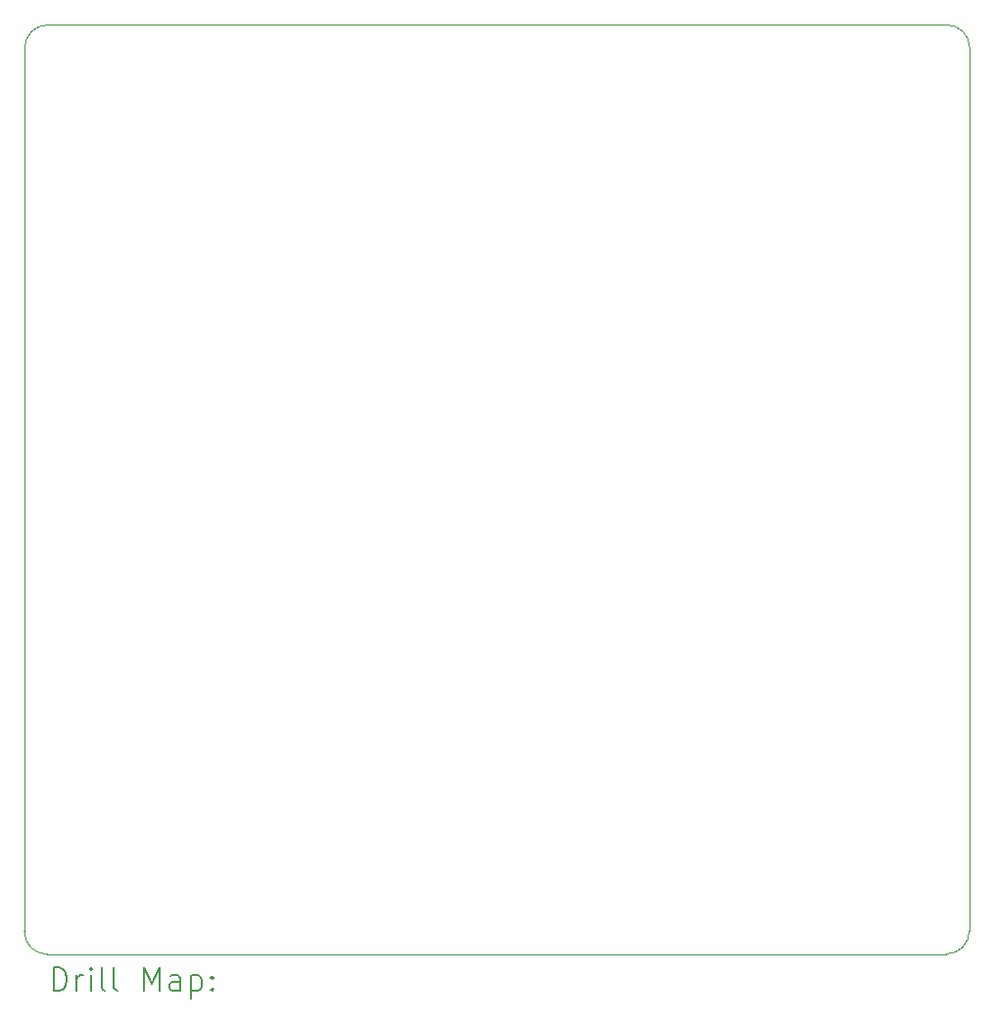
<source format=gbr>
%TF.GenerationSoftware,KiCad,Pcbnew,(6.0.8)*%
%TF.CreationDate,2022-11-21T21:43:54+01:00*%
%TF.ProjectId,WeatherStation_ArduinoNano_Shield,57656174-6865-4725-9374-6174696f6e5f,rev?*%
%TF.SameCoordinates,Original*%
%TF.FileFunction,Drillmap*%
%TF.FilePolarity,Positive*%
%FSLAX45Y45*%
G04 Gerber Fmt 4.5, Leading zero omitted, Abs format (unit mm)*
G04 Created by KiCad (PCBNEW (6.0.8)) date 2022-11-21 21:43:54*
%MOMM*%
%LPD*%
G01*
G04 APERTURE LIST*
%ADD10C,0.100000*%
%ADD11C,0.200000*%
G04 APERTURE END LIST*
D10*
X4316240Y-9666240D02*
G75*
G03*
X4516240Y-9866240I200000J0D01*
G01*
X12287640Y-9864775D02*
G75*
G03*
X12487640Y-9663357I-1430J201425D01*
G01*
X4319440Y-2036901D02*
X4316240Y-9666240D01*
X12487640Y-9663357D02*
X12490840Y-2035439D01*
X12490841Y-2035439D02*
G75*
G03*
X12290840Y-1835439I-200001J-1D01*
G01*
X4519440Y-1836900D02*
G75*
G03*
X4319440Y-2036901I0J-200000D01*
G01*
X12290840Y-1835439D02*
X4519440Y-1836901D01*
X4516240Y-9866240D02*
X12287640Y-9864778D01*
D11*
X4568859Y-10181716D02*
X4568859Y-9981716D01*
X4616478Y-9981716D01*
X4645050Y-9991240D01*
X4664097Y-10010288D01*
X4673621Y-10029335D01*
X4683145Y-10067430D01*
X4683145Y-10096002D01*
X4673621Y-10134097D01*
X4664097Y-10153145D01*
X4645050Y-10172192D01*
X4616478Y-10181716D01*
X4568859Y-10181716D01*
X4768859Y-10181716D02*
X4768859Y-10048383D01*
X4768859Y-10086478D02*
X4778383Y-10067430D01*
X4787907Y-10057907D01*
X4806954Y-10048383D01*
X4826002Y-10048383D01*
X4892669Y-10181716D02*
X4892669Y-10048383D01*
X4892669Y-9981716D02*
X4883145Y-9991240D01*
X4892669Y-10000764D01*
X4902192Y-9991240D01*
X4892669Y-9981716D01*
X4892669Y-10000764D01*
X5016478Y-10181716D02*
X4997430Y-10172192D01*
X4987907Y-10153145D01*
X4987907Y-9981716D01*
X5121240Y-10181716D02*
X5102192Y-10172192D01*
X5092669Y-10153145D01*
X5092669Y-9981716D01*
X5349811Y-10181716D02*
X5349811Y-9981716D01*
X5416478Y-10124573D01*
X5483145Y-9981716D01*
X5483145Y-10181716D01*
X5664097Y-10181716D02*
X5664097Y-10076954D01*
X5654573Y-10057907D01*
X5635526Y-10048383D01*
X5597430Y-10048383D01*
X5578383Y-10057907D01*
X5664097Y-10172192D02*
X5645049Y-10181716D01*
X5597430Y-10181716D01*
X5578383Y-10172192D01*
X5568859Y-10153145D01*
X5568859Y-10134097D01*
X5578383Y-10115050D01*
X5597430Y-10105526D01*
X5645049Y-10105526D01*
X5664097Y-10096002D01*
X5759335Y-10048383D02*
X5759335Y-10248383D01*
X5759335Y-10057907D02*
X5778383Y-10048383D01*
X5816478Y-10048383D01*
X5835526Y-10057907D01*
X5845049Y-10067430D01*
X5854573Y-10086478D01*
X5854573Y-10143621D01*
X5845049Y-10162669D01*
X5835526Y-10172192D01*
X5816478Y-10181716D01*
X5778383Y-10181716D01*
X5759335Y-10172192D01*
X5940288Y-10162669D02*
X5949811Y-10172192D01*
X5940288Y-10181716D01*
X5930764Y-10172192D01*
X5940288Y-10162669D01*
X5940288Y-10181716D01*
X5940288Y-10057907D02*
X5949811Y-10067430D01*
X5940288Y-10076954D01*
X5930764Y-10067430D01*
X5940288Y-10057907D01*
X5940288Y-10076954D01*
M02*

</source>
